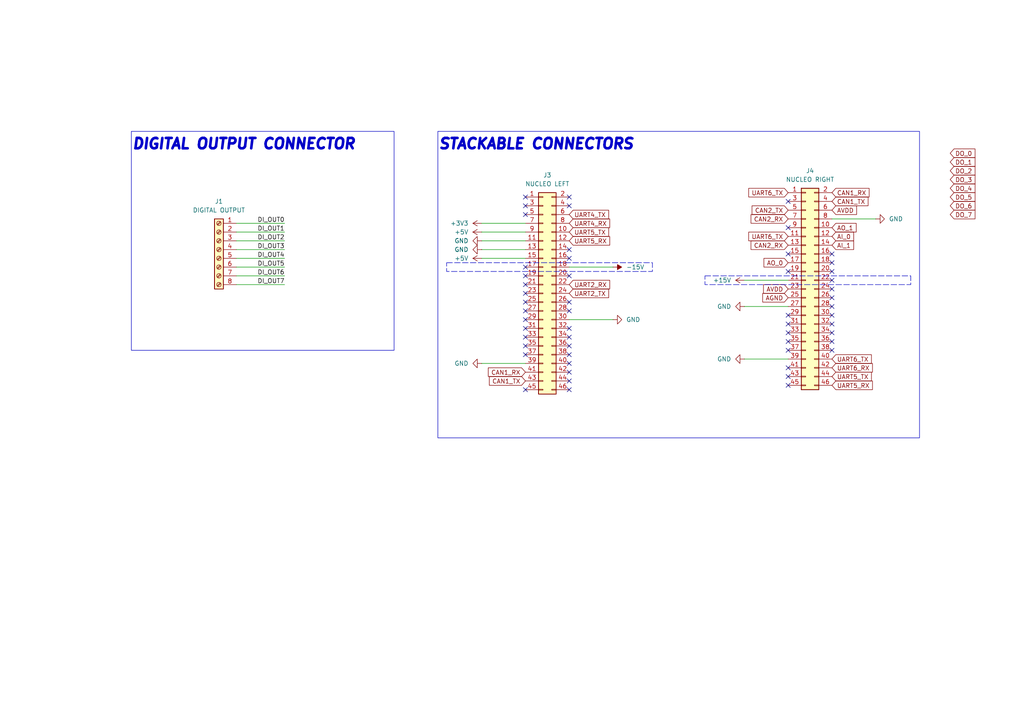
<source format=kicad_sch>
(kicad_sch (version 20250114) (generator "eeschema") (generator_version "9.0")
  (paper "A4")
  (title_block (title "PLC on STM - Digital Output Shield") (date "2026-01-07") (company "Author: Grzegorz Potocki"))
  (lib_symbols
    (symbol "Connector:Screw_Terminal_01x08" (pin_names (offset 1.016) (hide yes))
      (property "Reference" "J" (at 0 10.16 0))
      (property "Value" "Screw_Terminal_01x08" (at 0 -12.7 0))
      (symbol "Screw_Terminal_01x08_1_1"
        (rectangle (start -1.27 8.89) (end 1.27 -11.43) (stroke (width 0.254)) (fill (type background)))
        (polyline (pts (xy -0.5334 7.9502) (xy 0.3302 7.112)) (stroke (width 0.1524)))
        (polyline (pts (xy -0.5334 5.4102) (xy 0.3302 4.572)) (stroke (width 0.1524)))
        (polyline (pts (xy -0.5334 2.8702) (xy 0.3302 2.032)) (stroke (width 0.1524)))
        (polyline (pts (xy -0.5334 0.3302) (xy 0.3302 -0.508)) (stroke (width 0.1524)))
        (polyline (pts (xy -0.5334 -2.2098) (xy 0.3302 -3.048)) (stroke (width 0.1524)))
        (polyline (pts (xy -0.5334 -4.7498) (xy 0.3302 -5.588)) (stroke (width 0.1524)))
        (polyline (pts (xy -0.5334 -7.2898) (xy 0.3302 -8.128)) (stroke (width 0.1524)))
        (polyline (pts (xy -0.5334 -9.8298) (xy 0.3302 -10.668)) (stroke (width 0.1524)))
        (polyline (pts (xy -0.3556 8.128) (xy 0.508 7.2898)) (stroke (width 0.1524)))
        (polyline (pts (xy -0.3556 5.588) (xy 0.508 4.7498)) (stroke (width 0.1524)))
        (polyline (pts (xy -0.3556 3.048) (xy 0.508 2.2098)) (stroke (width 0.1524)))
        (polyline (pts (xy -0.3556 0.508) (xy 0.508 -0.3302)) (stroke (width 0.1524)))
        (polyline (pts (xy -0.3556 -2.032) (xy 0.508 -2.8702)) (stroke (width 0.1524)))
        (polyline (pts (xy -0.3556 -4.572) (xy 0.508 -5.4102)) (stroke (width 0.1524)))
        (polyline (pts (xy -0.3556 -7.112) (xy 0.508 -7.9502)) (stroke (width 0.1524)))
        (polyline (pts (xy -0.3556 -9.652) (xy 0.508 -10.4902)) (stroke (width 0.1524)))
        (circle (center 0 7.62) (radius 0.635) (stroke (width 0.1524)))
        (circle (center 0 5.08) (radius 0.635) (stroke (width 0.1524)))
        (circle (center 0 2.54) (radius 0.635) (stroke (width 0.1524)))
        (circle (center 0 0) (radius 0.635) (stroke (width 0.1524)))
        (circle (center 0 -2.54) (radius 0.635) (stroke (width 0.1524)))
        (circle (center 0 -5.08) (radius 0.635) (stroke (width 0.1524)))
        (circle (center 0 -7.62) (radius 0.635) (stroke (width 0.1524)))
        (circle (center 0 -10.16) (radius 0.635) (stroke (width 0.1524)))
        (pin passive line (at -5.08 7.62 0) (length 3.81) (name "Pin_1") (number "1"))
        (pin passive line (at -5.08 5.08 0) (length 3.81) (name "Pin_2") (number "2"))
        (pin passive line (at -5.08 2.54 0) (length 3.81) (name "Pin_3") (number "3"))
        (pin passive line (at -5.08 0 0) (length 3.81) (name "Pin_4") (number "4"))
        (pin passive line (at -5.08 -2.54 0) (length 3.81) (name "Pin_5") (number "5"))
        (pin passive line (at -5.08 -5.08 0) (length 3.81) (name "Pin_6") (number "6"))
        (pin passive line (at -5.08 -7.62 0) (length 3.81) (name "Pin_7") (number "7"))
        (pin passive line (at -5.08 -10.16 0) (length 3.81) (name "Pin_8") (number "8"))
      )
    )
    (symbol "Connector_Generic:Conn_02x23_Odd_Even" (pin_names (offset 1.016) (hide yes))
      (property "Reference" "J" (at 1.27 30.48 0))
      (property "Value" "Conn_02x23_Odd_Even" (at 1.27 -30.48 0))
      (symbol "Conn_02x23_Odd_Even_1_1"
        (rectangle (start -1.27 29.21) (end 3.81 -29.21) (stroke (width 0.254)) (fill (type background)))
        (rectangle (start -1.27 28.067) (end 0 27.813) (stroke (width 0.1524)))
        (rectangle (start -1.27 25.527) (end 0 25.273) (stroke (width 0.1524)))
        (rectangle (start -1.27 22.987) (end 0 22.733) (stroke (width 0.1524)))
        (rectangle (start -1.27 20.447) (end 0 20.193) (stroke (width 0.1524)))
        (rectangle (start -1.27 17.907) (end 0 17.653) (stroke (width 0.1524)))
        (rectangle (start -1.27 15.367) (end 0 15.113) (stroke (width 0.1524)))
        (rectangle (start -1.27 12.827) (end 0 12.573) (stroke (width 0.1524)))
        (rectangle (start -1.27 10.287) (end 0 10.033) (stroke (width 0.1524)))
        (rectangle (start -1.27 7.747) (end 0 7.493) (stroke (width 0.1524)))
        (rectangle (start -1.27 5.207) (end 0 4.953) (stroke (width 0.1524)))
        (rectangle (start -1.27 2.667) (end 0 2.413) (stroke (width 0.1524)))
        (rectangle (start -1.27 0.127) (end 0 -0.127) (stroke (width 0.1524)))
        (rectangle (start -1.27 -2.413) (end 0 -2.667) (stroke (width 0.1524)))
        (rectangle (start -1.27 -4.953) (end 0 -5.207) (stroke (width 0.1524)))
        (rectangle (start -1.27 -7.493) (end 0 -7.747) (stroke (width 0.1524)))
        (rectangle (start -1.27 -10.033) (end 0 -10.287) (stroke (width 0.1524)))
        (rectangle (start -1.27 -12.573) (end 0 -12.827) (stroke (width 0.1524)))
        (rectangle (start -1.27 -15.113) (end 0 -15.367) (stroke (width 0.1524)))
        (rectangle (start -1.27 -17.653) (end 0 -17.907) (stroke (width 0.1524)))
        (rectangle (start -1.27 -20.193) (end 0 -20.447) (stroke (width 0.1524)))
        (rectangle (start -1.27 -22.733) (end 0 -22.987) (stroke (width 0.1524)))
        (rectangle (start -1.27 -25.273) (end 0 -25.527) (stroke (width 0.1524)))
        (rectangle (start -1.27 -27.813) (end 0 -28.067) (stroke (width 0.1524)))
        (rectangle (start 3.81 28.067) (end 2.54 27.813) (stroke (width 0.1524)))
        (rectangle (start 3.81 25.527) (end 2.54 25.273) (stroke (width 0.1524)))
        (rectangle (start 3.81 22.987) (end 2.54 22.733) (stroke (width 0.1524)))
        (rectangle (start 3.81 20.447) (end 2.54 20.193) (stroke (width 0.1524)))
        (rectangle (start 3.81 17.907) (end 2.54 17.653) (stroke (width 0.1524)))
        (rectangle (start 3.81 15.367) (end 2.54 15.113) (stroke (width 0.1524)))
        (rectangle (start 3.81 12.827) (end 2.54 12.573) (stroke (width 0.1524)))
        (rectangle (start 3.81 10.287) (end 2.54 10.033) (stroke (width 0.1524)))
        (rectangle (start 3.81 7.747) (end 2.54 7.493) (stroke (width 0.1524)))
        (rectangle (start 3.81 5.207) (end 2.54 4.953) (stroke (width 0.1524)))
        (rectangle (start 3.81 2.667) (end 2.54 2.413) (stroke (width 0.1524)))
        (rectangle (start 3.81 0.127) (end 2.54 -0.127) (stroke (width 0.1524)))
        (rectangle (start 3.81 -2.413) (end 2.54 -2.667) (stroke (width 0.1524)))
        (rectangle (start 3.81 -4.953) (end 2.54 -5.207) (stroke (width 0.1524)))
        (rectangle (start 3.81 -7.493) (end 2.54 -7.747) (stroke (width 0.1524)))
        (rectangle (start 3.81 -10.033) (end 2.54 -10.287) (stroke (width 0.1524)))
        (rectangle (start 3.81 -12.573) (end 2.54 -12.827) (stroke (width 0.1524)))
        (rectangle (start 3.81 -15.113) (end 2.54 -15.367) (stroke (width 0.1524)))
        (rectangle (start 3.81 -17.653) (end 2.54 -17.907) (stroke (width 0.1524)))
        (rectangle (start 3.81 -20.193) (end 2.54 -20.447) (stroke (width 0.1524)))
        (rectangle (start 3.81 -22.733) (end 2.54 -22.987) (stroke (width 0.1524)))
        (rectangle (start 3.81 -25.273) (end 2.54 -25.527) (stroke (width 0.1524)))
        (rectangle (start 3.81 -27.813) (end 2.54 -28.067) (stroke (width 0.1524)))
        (pin passive line (at -5.08 27.94 0) (length 3.81) (name "Pin_1") (number "1"))
        (pin passive line (at -5.08 25.4 0) (length 3.81) (name "Pin_3") (number "3"))
        (pin passive line (at -5.08 22.86 0) (length 3.81) (name "Pin_5") (number "5"))
        (pin passive line (at -5.08 20.32 0) (length 3.81) (name "Pin_7") (number "7"))
        (pin passive line (at -5.08 17.78 0) (length 3.81) (name "Pin_9") (number "9"))
        (pin passive line (at -5.08 15.24 0) (length 3.81) (name "Pin_11") (number "11"))
        (pin passive line (at -5.08 12.7 0) (length 3.81) (name "Pin_13") (number "13"))
        (pin passive line (at -5.08 10.16 0) (length 3.81) (name "Pin_15") (number "15"))
        (pin passive line (at -5.08 7.62 0) (length 3.81) (name "Pin_17") (number "17"))
        (pin passive line (at -5.08 5.08 0) (length 3.81) (name "Pin_19") (number "19"))
        (pin passive line (at -5.08 2.54 0) (length 3.81) (name "Pin_21") (number "21"))
        (pin passive line (at -5.08 0 0) (length 3.81) (name "Pin_23") (number "23"))
        (pin passive line (at -5.08 -2.54 0) (length 3.81) (name "Pin_25") (number "25"))
        (pin passive line (at -5.08 -5.08 0) (length 3.81) (name "Pin_27") (number "27"))
        (pin passive line (at -5.08 -7.62 0) (length 3.81) (name "Pin_29") (number "29"))
        (pin passive line (at -5.08 -10.16 0) (length 3.81) (name "Pin_31") (number "31"))
        (pin passive line (at -5.08 -12.7 0) (length 3.81) (name "Pin_33") (number "33"))
        (pin passive line (at -5.08 -15.24 0) (length 3.81) (name "Pin_35") (number "35"))
        (pin passive line (at -5.08 -17.78 0) (length 3.81) (name "Pin_37") (number "37"))
        (pin passive line (at -5.08 -20.32 0) (length 3.81) (name "Pin_39") (number "39"))
        (pin passive line (at -5.08 -22.86 0) (length 3.81) (name "Pin_41") (number "41"))
        (pin passive line (at -5.08 -25.4 0) (length 3.81) (name "Pin_43") (number "43"))
        (pin passive line (at -5.08 -27.94 0) (length 3.81) (name "Pin_45") (number "45"))
        (pin passive line (at 7.62 27.94 180) (length 3.81) (name "Pin_2") (number "2"))
        (pin passive line (at 7.62 25.4 180) (length 3.81) (name "Pin_4") (number "4"))
        (pin passive line (at 7.62 22.86 180) (length 3.81) (name "Pin_6") (number "6"))
        (pin passive line (at 7.62 20.32 180) (length 3.81) (name "Pin_8") (number "8"))
        (pin passive line (at 7.62 17.78 180) (length 3.81) (name "Pin_10") (number "10"))
        (pin passive line (at 7.62 15.24 180) (length 3.81) (name "Pin_12") (number "12"))
        (pin passive line (at 7.62 12.7 180) (length 3.81) (name "Pin_14") (number "14"))
        (pin passive line (at 7.62 10.16 180) (length 3.81) (name "Pin_16") (number "16"))
        (pin passive line (at 7.62 7.62 180) (length 3.81) (name "Pin_18") (number "18"))
        (pin passive line (at 7.62 5.08 180) (length 3.81) (name "Pin_20") (number "20"))
        (pin passive line (at 7.62 2.54 180) (length 3.81) (name "Pin_22") (number "22"))
        (pin passive line (at 7.62 0 180) (length 3.81) (name "Pin_24") (number "24"))
        (pin passive line (at 7.62 -2.54 180) (length 3.81) (name "Pin_26") (number "26"))
        (pin passive line (at 7.62 -5.08 180) (length 3.81) (name "Pin_28") (number "28"))
        (pin passive line (at 7.62 -7.62 180) (length 3.81) (name "Pin_30") (number "30"))
        (pin passive line (at 7.62 -10.16 180) (length 3.81) (name "Pin_32") (number "32"))
        (pin passive line (at 7.62 -12.7 180) (length 3.81) (name "Pin_34") (number "34"))
        (pin passive line (at 7.62 -15.24 180) (length 3.81) (name "Pin_36") (number "36"))
        (pin passive line (at 7.62 -17.78 180) (length 3.81) (name "Pin_38") (number "38"))
        (pin passive line (at 7.62 -20.32 180) (length 3.81) (name "Pin_40") (number "40"))
        (pin passive line (at 7.62 -22.86 180) (length 3.81) (name "Pin_42") (number "42"))
        (pin passive line (at 7.62 -25.4 180) (length 3.81) (name "Pin_44") (number "44"))
        (pin passive line (at 7.62 -27.94 180) (length 3.81) (name "Pin_46") (number "46"))
      )
    )
    (symbol "power:+15V" (power) (pin_numbers (hide yes)) (pin_names (offset 0) (hide yes))
      (property "Value" "+15V" (at 0 3.556 0))
      (symbol "+15V_0_1"
        (polyline (pts (xy -0.762 1.27) (xy 0 2.54)))
        (polyline (pts (xy 0 2.54) (xy 0.762 1.27)))
        (polyline (pts (xy 0 0) (xy 0 2.54)))
      )
      (symbol "+15V_1_1"
        (pin power_in line (at 0 0 90) (length 0) (name "~") (number "1"))
      )
    )
    (symbol "power:+3V3" (power) (pin_numbers (hide yes)) (pin_names (offset 0) (hide yes))
      (property "Value" "+3V3" (at 0 3.556 0))
      (symbol "+3V3_0_1"
        (polyline (pts (xy -0.762 1.27) (xy 0 2.54)))
        (polyline (pts (xy 0 2.54) (xy 0.762 1.27)))
        (polyline (pts (xy 0 0) (xy 0 2.54)))
      )
      (symbol "+3V3_1_1"
        (pin power_in line (at 0 0 90) (length 0) (name "~") (number "1"))
      )
    )
    (symbol "power:+5V" (power) (pin_numbers (hide yes)) (pin_names (offset 0) (hide yes))
      (property "Value" "+5V" (at 0 3.556 0))
      (symbol "+5V_0_1"
        (polyline (pts (xy -0.762 1.27) (xy 0 2.54)))
        (polyline (pts (xy 0 2.54) (xy 0.762 1.27)))
        (polyline (pts (xy 0 0) (xy 0 2.54)))
      )
      (symbol "+5V_1_1"
        (pin power_in line (at 0 0 90) (length 0) (name "~") (number "1"))
      )
    )
    (symbol "power:-15V" (power) (pin_numbers (hide yes)) (pin_names (offset 0) (hide yes))
      (property "Value" "-15V" (at 0 3.556 0))
      (symbol "-15V_0_0"
        (pin power_in line (at 0 0 90) (length 0) (name "~") (number "1"))
      )
      (symbol "-15V_0_1"
        (polyline (pts (xy 0 0) (xy 0 1.27) (xy 0.762 1.27) (xy 0 2.54) (xy -0.762 1.27) (xy 0 1.27)) (fill (type outline)))
      )
    )
    (symbol "power:GND" (power) (pin_numbers (hide yes)) (pin_names (offset 0) (hide yes))
      (property "Value" "GND" (at 0 -3.81 0))
      (symbol "GND_0_1"
        (polyline (pts (xy 0 0) (xy 0 -1.27) (xy 1.27 -1.27) (xy 0 -2.54) (xy -1.27 -1.27) (xy 0 -1.27)))
      )
      (symbol "GND_1_1"
        (pin power_in line (at 0 0 270) (length 0) (name "~") (number "1"))
      )
    )
  )
  (rectangle (start 204.47 80.01) (end 264.16 82.55) (stroke (width 0) (type dash)))
  (rectangle (start 127 38.1) (end 266.7 127))
  (rectangle (start 129.54 76.2) (end 189.23 78.74) (stroke (width 0) (type dash)))
  (rectangle (start 38.1 38.1) (end 114.3 101.6))
  (text "DIGITAL OUTPUT CONNECTOR" (at 38.1 41.91 0) (effects (font (size 3 3) (thickness 2) (bold yes) (italic yes)) (justify left)))
  (text "STACKABLE CONNECTORS" (at 127 41.91 0) (effects (font (size 3 3) (thickness 2) (bold yes) (italic yes)) (justify left)))
  (no_connect (at 165.1 57.15))
  (no_connect (at 152.4 102.87))
  (no_connect (at 228.6 106.68))
  (no_connect (at 165.1 97.79))
  (no_connect (at 152.4 82.55))
  (no_connect (at 152.4 87.63))
  (no_connect (at 241.3 93.98))
  (no_connect (at 152.4 100.33))
  (no_connect (at 228.6 109.22))
  (no_connect (at 228.6 99.06))
  (no_connect (at 152.4 97.79))
  (no_connect (at 165.1 74.93))
  (no_connect (at 228.6 111.76))
  (no_connect (at 165.1 59.69))
  (no_connect (at 228.6 73.66))
  (no_connect (at 152.4 113.03))
  (no_connect (at 152.4 57.15))
  (no_connect (at 165.1 72.39))
  (no_connect (at 241.3 86.36))
  (no_connect (at 152.4 80.01))
  (no_connect (at 165.1 105.41))
  (no_connect (at 241.3 81.28))
  (no_connect (at 241.3 73.66))
  (no_connect (at 152.4 92.71))
  (no_connect (at 152.4 62.23))
  (no_connect (at 228.6 93.98))
  (no_connect (at 152.4 90.17))
  (no_connect (at 165.1 100.33))
  (no_connect (at 228.6 101.6))
  (no_connect (at 241.3 76.2))
  (no_connect (at 228.6 91.44))
  (no_connect (at 241.3 96.52))
  (no_connect (at 165.1 95.25))
  (no_connect (at 165.1 107.95))
  (no_connect (at 165.1 102.87))
  (no_connect (at 228.6 66.04))
  (no_connect (at 241.3 88.9))
  (no_connect (at 152.4 77.47))
  (no_connect (at 165.1 90.17))
  (no_connect (at 241.3 99.06))
  (no_connect (at 241.3 78.74))
  (no_connect (at 152.4 95.25))
  (no_connect (at 165.1 87.63))
  (no_connect (at 165.1 110.49))
  (no_connect (at 228.6 96.52))
  (no_connect (at 228.6 58.42))
  (no_connect (at 165.1 80.01))
  (no_connect (at 165.1 113.03))
  (no_connect (at 228.6 78.74))
  (no_connect (at 241.3 101.6))
  (no_connect (at 241.3 83.82))
  (no_connect (at 152.4 85.09))
  (no_connect (at 152.4 59.69))
  (no_connect (at 241.3 91.44))
  (wire (pts (xy 68.58 82.55) (xy 82.55 82.55)))
  (wire (pts (xy 241.3 63.5) (xy 254 63.5)))
  (wire (pts (xy 68.58 77.47) (xy 82.55 77.47)))
  (wire (pts (xy 68.58 67.31) (xy 82.55 67.31)))
  (wire (pts (xy 68.58 64.77) (xy 82.55 64.77)))
  (wire (pts (xy 139.7 64.77) (xy 152.4 64.77)))
  (wire (pts (xy 152.4 105.41) (xy 139.7 105.41)))
  (wire (pts (xy 165.1 77.47) (xy 177.8 77.47)))
  (wire (pts (xy 215.9 81.28) (xy 228.6 81.28)))
  (wire (pts (xy 165.1 92.71) (xy 177.8 92.71)))
  (wire (pts (xy 68.58 69.85) (xy 82.55 69.85)))
  (wire (pts (xy 228.6 104.14) (xy 215.9 104.14)))
  (wire (pts (xy 152.4 69.85) (xy 139.7 69.85)))
  (wire (pts (xy 152.4 67.31) (xy 139.7 67.31)))
  (wire (pts (xy 152.4 74.93) (xy 139.7 74.93)))
  (wire (pts (xy 152.4 72.39) (xy 139.7 72.39)))
  (wire (pts (xy 68.58 80.01) (xy 82.55 80.01)))
  (wire (pts (xy 68.58 74.93) (xy 82.55 74.93)))
  (wire (pts (xy 68.58 72.39) (xy 82.55 72.39)))
  (wire (pts (xy 228.6 88.9) (xy 215.9 88.9)))
  (label "DI_OUT4" (at 82.55 74.93 180))
  (label "DI_OUT0" (at 82.55 64.77 180))
  (label "DI_OUT1" (at 82.55 67.31 180))
  (label "DI_OUT7" (at 82.55 82.55 180))
  (label "DI_OUT3" (at 82.55 72.39 180))
  (label "DI_OUT5" (at 82.55 77.47 180))
  (label "DI_OUT6" (at 82.55 80.01 180))
  (label "DI_OUT2" (at 82.55 69.85 180))
  (global_label "UART4_TX" (shape input) (at 165.1 62.23 0) (property "Intersheetrefs" "${INTERSHEET_REFS}" (effects (hide yes))))
  (global_label "UART4_RX" (shape input) (at 165.1 64.77 0) (property "Intersheetrefs" "${INTERSHEET_REFS}" (effects (hide yes))))
  (global_label "UART6_TX" (shape input) (at 228.6 68.58 180) (property "Intersheetrefs" "${INTERSHEET_REFS}" (effects (hide yes))))
  (global_label "UART5_TX" (shape input) (at 241.3 109.22 0) (property "Intersheetrefs" "${INTERSHEET_REFS}" (effects (hide yes))))
  (global_label "CAN1_TX" (shape input) (at 152.4 110.49 180) (property "Intersheetrefs" "${INTERSHEET_REFS}" (effects (hide yes))))
  (global_label "CAN1_TX" (shape input) (at 241.3 58.42 0) (property "Intersheetrefs" "${INTERSHEET_REFS}" (effects (hide yes))))
  (global_label "AVDD" (shape input) (at 228.6 83.82 180) (property "Intersheetrefs" "${INTERSHEET_REFS}" (effects (hide yes))))
  (global_label "UART5_RX" (shape input) (at 165.1 69.85 0) (property "Intersheetrefs" "${INTERSHEET_REFS}" (effects (hide yes))))
  (global_label "UART5_RX" (shape input) (at 241.3 111.76 0) (property "Intersheetrefs" "${INTERSHEET_REFS}" (effects (hide yes))))
  (global_label "AO_0" (shape input) (at 228.6 76.2 180) (property "Intersheetrefs" "${INTERSHEET_REFS}" (effects (hide yes))))
  (global_label "UART2_TX" (shape input) (at 165.1 85.09 0) (property "Intersheetrefs" "${INTERSHEET_REFS}" (effects (hide yes))))
  (global_label "DO_0" (shape input) (at 275.59 44.45 0) (property "Intersheetrefs" "${INTERSHEET_REFS}" (effects (hide yes))))
  (global_label "CAN2_RX" (shape input) (at 228.6 71.12 180) (property "Intersheetrefs" "${INTERSHEET_REFS}" (effects (hide yes))))
  (global_label "CAN2_RX" (shape input) (at 228.6 63.5 180) (property "Intersheetrefs" "${INTERSHEET_REFS}" (effects (hide yes))))
  (global_label "UART6_RX" (shape input) (at 241.3 106.68 0) (property "Intersheetrefs" "${INTERSHEET_REFS}" (effects (hide yes))))
  (global_label "UART6_TX" (shape input) (at 241.3 104.14 0) (property "Intersheetrefs" "${INTERSHEET_REFS}" (effects (hide yes))))
  (global_label "UART2_RX" (shape input) (at 165.1 82.55 0) (property "Intersheetrefs" "${INTERSHEET_REFS}" (effects (hide yes))))
  (global_label "DO_5" (shape input) (at 275.59 57.15 0) (property "Intersheetrefs" "${INTERSHEET_REFS}" (effects (hide yes))))
  (global_label "AI_1" (shape input) (at 241.3 71.12 0) (property "Intersheetrefs" "${INTERSHEET_REFS}" (effects (hide yes))))
  (global_label "DO_6" (shape input) (at 275.59 59.69 0) (property "Intersheetrefs" "${INTERSHEET_REFS}" (effects (hide yes))))
  (global_label "AVDD" (shape input) (at 241.3 60.96 0) (property "Intersheetrefs" "${INTERSHEET_REFS}" (effects (hide yes))))
  (global_label "DO_7" (shape input) (at 275.59 62.23 0) (property "Intersheetrefs" "${INTERSHEET_REFS}" (effects (hide yes))))
  (global_label "AGND" (shape input) (at 228.6 86.36 180) (property "Intersheetrefs" "${INTERSHEET_REFS}" (effects (hide yes))))
  (global_label "UART5_TX" (shape input) (at 165.1 67.31 0) (property "Intersheetrefs" "${INTERSHEET_REFS}" (effects (hide yes))))
  (global_label "DO_2" (shape input) (at 275.59 49.53 0) (property "Intersheetrefs" "${INTERSHEET_REFS}" (effects (hide yes))))
  (global_label "AI_0" (shape input) (at 241.3 68.58 0) (property "Intersheetrefs" "${INTERSHEET_REFS}" (effects (hide yes))))
  (global_label "UART6_TX" (shape input) (at 228.6 55.88 180) (property "Intersheetrefs" "${INTERSHEET_REFS}" (effects (hide yes))))
  (global_label "CAN1_RX" (shape input) (at 152.4 107.95 180) (property "Intersheetrefs" "${INTERSHEET_REFS}" (effects (hide yes))))
  (global_label "CAN1_RX" (shape input) (at 241.3 55.88 0) (property "Intersheetrefs" "${INTERSHEET_REFS}" (effects (hide yes))))
  (global_label "DO_4" (shape input) (at 275.59 54.61 0) (property "Intersheetrefs" "${INTERSHEET_REFS}" (effects (hide yes))))
  (global_label "CAN2_TX" (shape input) (at 228.6 60.96 180) (property "Intersheetrefs" "${INTERSHEET_REFS}" (effects (hide yes))))
  (global_label "DO_3" (shape input) (at 275.59 52.07 0) (property "Intersheetrefs" "${INTERSHEET_REFS}" (effects (hide yes))))
  (global_label "DO_1" (shape input) (at 275.59 46.99 0) (property "Intersheetrefs" "${INTERSHEET_REFS}" (effects (hide yes))))
  (global_label "AO_1" (shape input) (at 241.3 66.04 0) (property "Intersheetrefs" "${INTERSHEET_REFS}" (effects (hide yes))))
  (symbol (lib_id "power:GND") (at 254 63.5 90) (unit 1)
    (property "Reference" "#PWR044" (effects (hide yes)))
    (property "Value" "GND" (at 257.81 63.4999 90) (effects (justify right)))
    (property "Description" "Power symbol creates a global label with name \"GND\" , ground" (effects (hide yes)))
  )
  (symbol (lib_id "Connector_Generic:Conn_02x23_Odd_Even") (at 233.68 83.82 0) (unit 1)
    (property "Reference" "J4" (at 234.95 49.53 0))
    (property "Value" "NUCLEO RIGHT" (at 234.95 52.07 0))
    (property "Footprint" "PLC_STM:PRT12790" (effects (hide yes)))
    (property "Description" "Generic connector, double row, 02x23, odd/even pin numbering scheme (row 1 odd numbers, row 2 even numbers), script generated (kicad-library-utils/schlib/autogen/connector/)" (effects (hide yes)))
    (property "Mouser Part Number" "474-PRT-12790" (effects (hide yes)))
    (property "Mouser Price/Stock" "https://www.mouser.pl/ProductDetail/SparkFun/PRT-12790?qs=WyAARYrbSnZh0%252BVGZi59Ng%3D%3D" (effects (hide yes)))
    (property "Alternative" "https://www.mouser.pl/ProductDetail/SchmartBoard/920-0135-01?qs=WBUF01kN13lvFiBwxduHPw%3D%3D" (effects (hide yes)))
    (property "Alternative2" "https://www.mouser.pl/ProductDetail/SchmartBoard/920-0103-01?qs=Jl8P5Tpu6m3biqphpyO5mQ%3D%3D" (effects (hide yes)))
  )
  (symbol (lib_id "power:GND") (at 177.8 92.71 90) (mirror x) (unit 1)
    (property "Reference" "#PWR040" (effects (hide yes)))
    (property "Value" "GND" (at 181.61 92.7101 90) (effects (justify right)))
    (property "Description" "Power symbol creates a global label with name \"GND\" , ground" (effects (hide yes)))
  )
  (symbol (lib_id "power:+3V3") (at 139.7 64.77 90) (unit 1)
    (property "Reference" "#PWR033" (effects (hide yes)))
    (property "Value" "+3V3" (at 135.89 64.7699 90) (effects (justify left)))
    (property "Description" "Power symbol creates a global label with name \"+3V3\"" (effects (hide yes)))
  )
  (symbol (lib_id "power:GND") (at 139.7 72.39 270) (mirror x) (unit 1)
    (property "Reference" "#PWR036" (effects (hide yes)))
    (property "Value" "GND" (at 135.89 72.3899 90) (effects (justify right)))
    (property "Description" "Power symbol creates a global label with name \"GND\" , ground" (effects (hide yes)))
  )
  (symbol (lib_id "power:+15V") (at 215.9 81.28 90) (unit 1)
    (property "Reference" "#PWR041" (effects (hide yes)))
    (property "Value" "+15V" (at 212.09 81.2799 90) (effects (justify left)))
    (property "Description" "Power symbol creates a global label with name \"+15V\"" (effects (hide yes)))
  )
  (symbol (lib_id "power:-15V") (at 177.8 77.47 270) (unit 1)
    (property "Reference" "#PWR039" (effects (hide yes)))
    (property "Value" "-15V" (at 181.61 77.4699 90) (effects (justify left)))
    (property "Description" "Power symbol creates a global label with name \"-15V\"" (effects (hide yes)))
  )
  (symbol (lib_id "Connector_Generic:Conn_02x23_Odd_Even") (at 157.48 85.09 0) (unit 1)
    (property "Reference" "J3" (at 158.75 50.8 0))
    (property "Value" "NUCLEO LEFT" (at 158.75 53.34 0))
    (property "Footprint" "PLC_STM:PRT12790" (effects (hide yes)))
    (property "Description" "Generic connector, double row, 02x23, odd/even pin numbering scheme (row 1 odd numbers, row 2 even numbers), script generated (kicad-library-utils/schlib/autogen/connector/)" (effects (hide yes)))
    (property "Mouser Part Number" "474-PRT-12790" (effects (hide yes)))
    (property "Mouser Price/Stock" "https://www.mouser.pl/ProductDetail/SparkFun/PRT-12790?qs=WyAARYrbSnZh0%252BVGZi59Ng%3D%3D" (effects (hide yes)))
    (property "Alternative" "https://www.mouser.pl/ProductDetail/SchmartBoard/920-0135-01?qs=WBUF01kN13lvFiBwxduHPw%3D%3D" (effects (hide yes)))
    (property "Alternative2" "https://www.mouser.pl/ProductDetail/SchmartBoard/920-0103-01?qs=Jl8P5Tpu6m3biqphpyO5mQ%3D%3D" (effects (hide yes)))
  )
  (symbol (lib_id "power:GND") (at 215.9 104.14 270) (mirror x) (unit 1)
    (property "Reference" "#PWR043" (effects (hide yes)))
    (property "Value" "GND" (at 212.09 104.1399 90) (effects (justify right)))
    (property "Description" "Power symbol creates a global label with name \"GND\" , ground" (effects (hide yes)))
  )
  (symbol (lib_id "power:GND") (at 139.7 69.85 270) (mirror x) (unit 1)
    (property "Reference" "#PWR035" (effects (hide yes)))
    (property "Value" "GND" (at 135.89 69.8499 90) (effects (justify right)))
    (property "Description" "Power symbol creates a global label with name \"GND\" , ground" (effects (hide yes)))
  )
  (symbol (lib_id "power:+5V") (at 139.7 74.93 90) (unit 1)
    (property "Reference" "#PWR037" (effects (hide yes)))
    (property "Value" "+5V" (at 135.89 74.9299 90) (effects (justify left)))
    (property "Description" "Power symbol creates a global label with name \"+5V\"" (effects (hide yes)))
  )
  (symbol (lib_id "power:GND") (at 215.9 88.9 270) (mirror x) (unit 1)
    (property "Reference" "#PWR042" (effects (hide yes)))
    (property "Value" "GND" (at 212.09 88.8999 90) (effects (justify right)))
    (property "Description" "Power symbol creates a global label with name \"GND\" , ground" (effects (hide yes)))
  )
  (symbol (lib_id "Connector:Screw_Terminal_01x08") (at 63.5 72.39 0) (mirror y) (unit 1)
    (property "Reference" "J1" (at 63.5 58.42 0))
    (property "Value" "DIGITAL OUTPUT" (at 63.5 60.96 0))
    (property "Footprint" "PLC_STM:1725711" (effects (hide yes)))
    (property "Datasheet" "https://www.mouser.pl/datasheet/3/507/10/phoenix_contact_1725711_en.pdf" (effects (hide yes)))
    (property "Description" "Generic screw terminal, single row, 01x08, script generated (kicad-library-utils/schlib/autogen/connector/)" (effects (hide yes)))
    (property "Mouser Part Number" "651-1725711" (effects (hide yes)))
    (property "Mouser Price/Stock" "https://www.mouser.pl/ProductDetail/Phoenix-Contact/1725711?qs=W3wJikR1%252BS7n1cN8b%252BRI%2FQ%3D%3D" (effects (hide yes)))
  )
  (symbol (lib_id "power:GND") (at 139.7 105.41 270) (mirror x) (unit 1)
    (property "Reference" "#PWR038" (effects (hide yes)))
    (property "Value" "GND" (at 135.89 105.4099 90) (effects (justify right)))
    (property "Description" "Power symbol creates a global label with name \"GND\" , ground" (effects (hide yes)))
  )
  (symbol (lib_id "power:+5V") (at 139.7 67.31 90) (unit 1)
    (property "Reference" "#PWR034" (effects (hide yes)))
    (property "Value" "+5V" (at 135.89 67.3099 90) (effects (justify left)))
    (property "Description" "Power symbol creates a global label with name \"+5V\"" (effects (hide yes)))
  )
)
</source>
